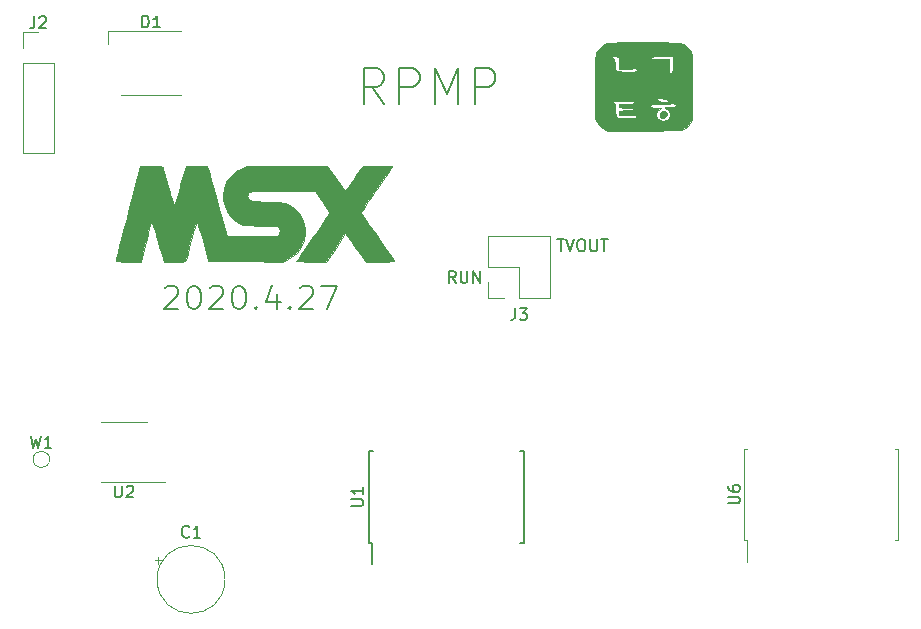
<source format=gbr>
G04 #@! TF.GenerationSoftware,KiCad,Pcbnew,5.1.6~rc1+dfsg1-1*
G04 #@! TF.CreationDate,2020-05-03T13:17:22-07:00*
G04 #@! TF.ProjectId,rpmpv1,72706d70-7631-42e6-9b69-6361645f7063,rev?*
G04 #@! TF.SameCoordinates,Original*
G04 #@! TF.FileFunction,Legend,Top*
G04 #@! TF.FilePolarity,Positive*
%FSLAX46Y46*%
G04 Gerber Fmt 4.6, Leading zero omitted, Abs format (unit mm)*
G04 Created by KiCad (PCBNEW 5.1.6~rc1+dfsg1-1) date 2020-05-03 13:17:22*
%MOMM*%
%LPD*%
G01*
G04 APERTURE LIST*
%ADD10C,0.150000*%
%ADD11C,0.010000*%
%ADD12C,0.120000*%
G04 APERTURE END LIST*
D10*
X119031904Y-73125238D02*
X119127142Y-73030000D01*
X119317619Y-72934761D01*
X119793809Y-72934761D01*
X119984285Y-73030000D01*
X120079523Y-73125238D01*
X120174761Y-73315714D01*
X120174761Y-73506190D01*
X120079523Y-73791904D01*
X118936666Y-74934761D01*
X120174761Y-74934761D01*
X121412857Y-72934761D02*
X121603333Y-72934761D01*
X121793809Y-73030000D01*
X121889047Y-73125238D01*
X121984285Y-73315714D01*
X122079523Y-73696666D01*
X122079523Y-74172857D01*
X121984285Y-74553809D01*
X121889047Y-74744285D01*
X121793809Y-74839523D01*
X121603333Y-74934761D01*
X121412857Y-74934761D01*
X121222380Y-74839523D01*
X121127142Y-74744285D01*
X121031904Y-74553809D01*
X120936666Y-74172857D01*
X120936666Y-73696666D01*
X121031904Y-73315714D01*
X121127142Y-73125238D01*
X121222380Y-73030000D01*
X121412857Y-72934761D01*
X122841428Y-73125238D02*
X122936666Y-73030000D01*
X123127142Y-72934761D01*
X123603333Y-72934761D01*
X123793809Y-73030000D01*
X123889047Y-73125238D01*
X123984285Y-73315714D01*
X123984285Y-73506190D01*
X123889047Y-73791904D01*
X122746190Y-74934761D01*
X123984285Y-74934761D01*
X125222380Y-72934761D02*
X125412857Y-72934761D01*
X125603333Y-73030000D01*
X125698571Y-73125238D01*
X125793809Y-73315714D01*
X125889047Y-73696666D01*
X125889047Y-74172857D01*
X125793809Y-74553809D01*
X125698571Y-74744285D01*
X125603333Y-74839523D01*
X125412857Y-74934761D01*
X125222380Y-74934761D01*
X125031904Y-74839523D01*
X124936666Y-74744285D01*
X124841428Y-74553809D01*
X124746190Y-74172857D01*
X124746190Y-73696666D01*
X124841428Y-73315714D01*
X124936666Y-73125238D01*
X125031904Y-73030000D01*
X125222380Y-72934761D01*
X126746190Y-74744285D02*
X126841428Y-74839523D01*
X126746190Y-74934761D01*
X126650952Y-74839523D01*
X126746190Y-74744285D01*
X126746190Y-74934761D01*
X128555714Y-73601428D02*
X128555714Y-74934761D01*
X128079523Y-72839523D02*
X127603333Y-74268095D01*
X128841428Y-74268095D01*
X129603333Y-74744285D02*
X129698571Y-74839523D01*
X129603333Y-74934761D01*
X129508095Y-74839523D01*
X129603333Y-74744285D01*
X129603333Y-74934761D01*
X130460476Y-73125238D02*
X130555714Y-73030000D01*
X130746190Y-72934761D01*
X131222380Y-72934761D01*
X131412857Y-73030000D01*
X131508095Y-73125238D01*
X131603333Y-73315714D01*
X131603333Y-73506190D01*
X131508095Y-73791904D01*
X130365238Y-74934761D01*
X131603333Y-74934761D01*
X132270000Y-72934761D02*
X133603333Y-72934761D01*
X132746190Y-74934761D01*
X137604285Y-57507142D02*
X136604285Y-56078571D01*
X135890000Y-57507142D02*
X135890000Y-54507142D01*
X137032857Y-54507142D01*
X137318571Y-54650000D01*
X137461428Y-54792857D01*
X137604285Y-55078571D01*
X137604285Y-55507142D01*
X137461428Y-55792857D01*
X137318571Y-55935714D01*
X137032857Y-56078571D01*
X135890000Y-56078571D01*
X138890000Y-57507142D02*
X138890000Y-54507142D01*
X140032857Y-54507142D01*
X140318571Y-54650000D01*
X140461428Y-54792857D01*
X140604285Y-55078571D01*
X140604285Y-55507142D01*
X140461428Y-55792857D01*
X140318571Y-55935714D01*
X140032857Y-56078571D01*
X138890000Y-56078571D01*
X141890000Y-57507142D02*
X141890000Y-54507142D01*
X142890000Y-56650000D01*
X143890000Y-54507142D01*
X143890000Y-57507142D01*
X145318571Y-57507142D02*
X145318571Y-54507142D01*
X146461428Y-54507142D01*
X146747142Y-54650000D01*
X146890000Y-54792857D01*
X147032857Y-55078571D01*
X147032857Y-55507142D01*
X146890000Y-55792857D01*
X146747142Y-55935714D01*
X146461428Y-56078571D01*
X145318571Y-56078571D01*
X152257142Y-68992380D02*
X152828571Y-68992380D01*
X152542857Y-69992380D02*
X152542857Y-68992380D01*
X153019047Y-68992380D02*
X153352380Y-69992380D01*
X153685714Y-68992380D01*
X154209523Y-68992380D02*
X154400000Y-68992380D01*
X154495238Y-69040000D01*
X154590476Y-69135238D01*
X154638095Y-69325714D01*
X154638095Y-69659047D01*
X154590476Y-69849523D01*
X154495238Y-69944761D01*
X154400000Y-69992380D01*
X154209523Y-69992380D01*
X154114285Y-69944761D01*
X154019047Y-69849523D01*
X153971428Y-69659047D01*
X153971428Y-69325714D01*
X154019047Y-69135238D01*
X154114285Y-69040000D01*
X154209523Y-68992380D01*
X155066666Y-68992380D02*
X155066666Y-69801904D01*
X155114285Y-69897142D01*
X155161904Y-69944761D01*
X155257142Y-69992380D01*
X155447619Y-69992380D01*
X155542857Y-69944761D01*
X155590476Y-69897142D01*
X155638095Y-69801904D01*
X155638095Y-68992380D01*
X155971428Y-68992380D02*
X156542857Y-68992380D01*
X156257142Y-69992380D02*
X156257142Y-68992380D01*
X143661904Y-72682380D02*
X143328571Y-72206190D01*
X143090476Y-72682380D02*
X143090476Y-71682380D01*
X143471428Y-71682380D01*
X143566666Y-71730000D01*
X143614285Y-71777619D01*
X143661904Y-71872857D01*
X143661904Y-72015714D01*
X143614285Y-72110952D01*
X143566666Y-72158571D01*
X143471428Y-72206190D01*
X143090476Y-72206190D01*
X144090476Y-71682380D02*
X144090476Y-72491904D01*
X144138095Y-72587142D01*
X144185714Y-72634761D01*
X144280952Y-72682380D01*
X144471428Y-72682380D01*
X144566666Y-72634761D01*
X144614285Y-72587142D01*
X144661904Y-72491904D01*
X144661904Y-71682380D01*
X145138095Y-72682380D02*
X145138095Y-71682380D01*
X145709523Y-72682380D01*
X145709523Y-71682380D01*
D11*
G36*
X122730826Y-63070676D02*
G01*
X122774920Y-63229070D01*
X122858649Y-63528213D01*
X122975769Y-63945856D01*
X123120033Y-64459750D01*
X123285198Y-65047645D01*
X123465018Y-65687290D01*
X123569284Y-66058000D01*
X124319536Y-68725000D01*
X126366510Y-68747678D01*
X127101141Y-68751851D01*
X127698303Y-68746793D01*
X128149934Y-68732745D01*
X128447973Y-68709949D01*
X128580075Y-68681199D01*
X128699021Y-68534199D01*
X128748502Y-68306061D01*
X128721865Y-68072899D01*
X128645067Y-67937600D01*
X128526559Y-67892988D01*
X128267726Y-67861562D01*
X127859326Y-67842656D01*
X127292116Y-67835606D01*
X127226900Y-67835527D01*
X126744553Y-67829759D01*
X126297780Y-67814195D01*
X125925253Y-67790922D01*
X125665642Y-67762025D01*
X125594972Y-67747471D01*
X125117207Y-67529303D01*
X124689707Y-67162320D01*
X124331997Y-66664227D01*
X124266866Y-66543243D01*
X124107536Y-66205882D01*
X124019456Y-65929070D01*
X123982452Y-65630824D01*
X123976126Y-65361664D01*
X124043521Y-64702756D01*
X124252324Y-64133785D01*
X124605796Y-63649802D01*
X125107198Y-63245863D01*
X125519173Y-63021443D01*
X125995000Y-62798333D01*
X129381667Y-62776027D01*
X132768334Y-62753722D01*
X133530334Y-63816296D01*
X134292334Y-64878869D01*
X134477513Y-64648216D01*
X134599790Y-64486747D01*
X134790781Y-64223982D01*
X135023064Y-63898019D01*
X135239513Y-63589633D01*
X135816334Y-62761703D01*
X137065167Y-62758851D01*
X137503192Y-62760788D01*
X137874077Y-62768027D01*
X138148310Y-62779549D01*
X138296380Y-62794334D01*
X138314000Y-62801993D01*
X138266861Y-62880304D01*
X138133816Y-63078284D01*
X137927425Y-63377841D01*
X137660247Y-63760882D01*
X137344843Y-64209315D01*
X136993771Y-64705046D01*
X136958042Y-64755320D01*
X136579838Y-65293731D01*
X136253284Y-65771385D01*
X135988378Y-66172812D01*
X135795121Y-66482540D01*
X135683511Y-66685097D01*
X135660823Y-66762494D01*
X135723303Y-66855317D01*
X135870535Y-67067804D01*
X136089504Y-67381361D01*
X136367193Y-67777398D01*
X136690584Y-68237321D01*
X137046660Y-68742539D01*
X137101448Y-68820176D01*
X137458100Y-69327277D01*
X137780605Y-69789285D01*
X138056602Y-70188213D01*
X138273731Y-70506075D01*
X138419631Y-70724884D01*
X138481943Y-70826655D01*
X138483334Y-70831009D01*
X138403647Y-70849798D01*
X138184491Y-70865655D01*
X137855722Y-70877286D01*
X137447197Y-70883393D01*
X137263099Y-70884000D01*
X136042864Y-70883999D01*
X135638537Y-70312500D01*
X135384915Y-69956931D01*
X135089341Y-69546843D01*
X134810638Y-69163802D01*
X134778343Y-69119742D01*
X134322475Y-68498485D01*
X133508693Y-69691242D01*
X132694910Y-70884000D01*
X131440455Y-70884000D01*
X131001377Y-70881115D01*
X130629373Y-70873171D01*
X130353892Y-70861232D01*
X130204380Y-70846364D01*
X130186000Y-70838626D01*
X130232608Y-70760149D01*
X130364204Y-70561184D01*
X130568442Y-70259812D01*
X130832978Y-69874109D01*
X131145470Y-69422156D01*
X131493572Y-68922031D01*
X131541756Y-68853047D01*
X131896658Y-68343269D01*
X132220170Y-67874986D01*
X132499366Y-67467195D01*
X132721321Y-67138893D01*
X132873110Y-66909077D01*
X132941808Y-66796745D01*
X132943703Y-66792468D01*
X132915697Y-66679560D01*
X132804814Y-66458493D01*
X132627297Y-66158400D01*
X132399392Y-65808410D01*
X132374860Y-65772381D01*
X131759826Y-64872666D01*
X129031627Y-64872666D01*
X128241373Y-64873271D01*
X127604018Y-64876764D01*
X127103126Y-64885662D01*
X126722264Y-64902482D01*
X126444997Y-64929742D01*
X126254890Y-64969957D01*
X126135508Y-65025645D01*
X126070418Y-65099324D01*
X126043185Y-65193510D01*
X126037373Y-65310721D01*
X126037333Y-65331258D01*
X126055667Y-65498616D01*
X126125112Y-65621834D01*
X126267333Y-65707398D01*
X126503993Y-65761794D01*
X126856759Y-65791508D01*
X127347293Y-65803025D01*
X127616418Y-65803999D01*
X128245503Y-65812383D01*
X128737731Y-65842794D01*
X129124988Y-65903121D01*
X129439161Y-66001255D01*
X129712134Y-66145084D01*
X129975793Y-66342498D01*
X130049550Y-66406036D01*
X130482758Y-66891396D01*
X130764164Y-67451548D01*
X130894137Y-68087330D01*
X130903915Y-68344000D01*
X130825152Y-69012126D01*
X130598710Y-69608073D01*
X130233575Y-70117189D01*
X129738731Y-70524825D01*
X129476924Y-70670860D01*
X129036996Y-70886097D01*
X125868980Y-70863882D01*
X122700963Y-70841666D01*
X122234775Y-69088429D01*
X122096458Y-68574692D01*
X121971620Y-68123229D01*
X121866939Y-67757199D01*
X121789094Y-67499764D01*
X121744762Y-67374083D01*
X121738040Y-67365737D01*
X121710839Y-67449428D01*
X121648011Y-67667538D01*
X121557491Y-67990853D01*
X121447213Y-68390161D01*
X121325112Y-68836246D01*
X121199123Y-69299895D01*
X121077182Y-69751893D01*
X120967222Y-70163026D01*
X120877179Y-70504080D01*
X120814987Y-70745841D01*
X120788582Y-70859094D01*
X120788192Y-70862833D01*
X120709154Y-70871356D01*
X120495044Y-70878238D01*
X120180123Y-70882698D01*
X119860667Y-70884000D01*
X118933334Y-70884000D01*
X118775372Y-70354833D01*
X118693965Y-70075248D01*
X118581603Y-69680015D01*
X118451744Y-69216895D01*
X118317843Y-68733646D01*
X118286377Y-68619166D01*
X118167442Y-68196042D01*
X118061360Y-67837917D01*
X117976999Y-67573280D01*
X117923229Y-67430621D01*
X117911172Y-67413803D01*
X117879116Y-67492545D01*
X117814580Y-67712024D01*
X117723989Y-68048174D01*
X117613768Y-68476928D01*
X117490343Y-68974219D01*
X117447760Y-69149470D01*
X117028520Y-70884000D01*
X115935868Y-70884000D01*
X115468543Y-70880142D01*
X115150633Y-70867247D01*
X114962365Y-70843331D01*
X114883969Y-70806410D01*
X114881082Y-70778166D01*
X114908862Y-70677096D01*
X114973872Y-70428234D01*
X115071922Y-70047979D01*
X115198818Y-69552729D01*
X115350368Y-68958880D01*
X115522382Y-68282832D01*
X115710666Y-67540981D01*
X115911029Y-66749726D01*
X115920023Y-66714166D01*
X116921099Y-62756000D01*
X117875177Y-62756000D01*
X118294503Y-62758913D01*
X118574170Y-62770588D01*
X118743797Y-62795428D01*
X118833001Y-62837835D01*
X118871401Y-62902211D01*
X118871974Y-62904166D01*
X118907179Y-63029099D01*
X118979958Y-63289404D01*
X119082562Y-63657297D01*
X119207244Y-64104993D01*
X119346256Y-64604710D01*
X119359883Y-64653724D01*
X119497616Y-65135842D01*
X119622482Y-65547833D01*
X119727098Y-65867358D01*
X119804087Y-66072078D01*
X119846066Y-66139653D01*
X119849386Y-66135390D01*
X119885970Y-66020047D01*
X119961841Y-65769068D01*
X120068976Y-65409407D01*
X120199351Y-64968018D01*
X120344943Y-64471854D01*
X120363907Y-64407000D01*
X120834114Y-62798333D01*
X121738367Y-62774343D01*
X122642619Y-62750352D01*
X122730826Y-63070676D01*
G37*
X122730826Y-63070676D02*
X122774920Y-63229070D01*
X122858649Y-63528213D01*
X122975769Y-63945856D01*
X123120033Y-64459750D01*
X123285198Y-65047645D01*
X123465018Y-65687290D01*
X123569284Y-66058000D01*
X124319536Y-68725000D01*
X126366510Y-68747678D01*
X127101141Y-68751851D01*
X127698303Y-68746793D01*
X128149934Y-68732745D01*
X128447973Y-68709949D01*
X128580075Y-68681199D01*
X128699021Y-68534199D01*
X128748502Y-68306061D01*
X128721865Y-68072899D01*
X128645067Y-67937600D01*
X128526559Y-67892988D01*
X128267726Y-67861562D01*
X127859326Y-67842656D01*
X127292116Y-67835606D01*
X127226900Y-67835527D01*
X126744553Y-67829759D01*
X126297780Y-67814195D01*
X125925253Y-67790922D01*
X125665642Y-67762025D01*
X125594972Y-67747471D01*
X125117207Y-67529303D01*
X124689707Y-67162320D01*
X124331997Y-66664227D01*
X124266866Y-66543243D01*
X124107536Y-66205882D01*
X124019456Y-65929070D01*
X123982452Y-65630824D01*
X123976126Y-65361664D01*
X124043521Y-64702756D01*
X124252324Y-64133785D01*
X124605796Y-63649802D01*
X125107198Y-63245863D01*
X125519173Y-63021443D01*
X125995000Y-62798333D01*
X129381667Y-62776027D01*
X132768334Y-62753722D01*
X133530334Y-63816296D01*
X134292334Y-64878869D01*
X134477513Y-64648216D01*
X134599790Y-64486747D01*
X134790781Y-64223982D01*
X135023064Y-63898019D01*
X135239513Y-63589633D01*
X135816334Y-62761703D01*
X137065167Y-62758851D01*
X137503192Y-62760788D01*
X137874077Y-62768027D01*
X138148310Y-62779549D01*
X138296380Y-62794334D01*
X138314000Y-62801993D01*
X138266861Y-62880304D01*
X138133816Y-63078284D01*
X137927425Y-63377841D01*
X137660247Y-63760882D01*
X137344843Y-64209315D01*
X136993771Y-64705046D01*
X136958042Y-64755320D01*
X136579838Y-65293731D01*
X136253284Y-65771385D01*
X135988378Y-66172812D01*
X135795121Y-66482540D01*
X135683511Y-66685097D01*
X135660823Y-66762494D01*
X135723303Y-66855317D01*
X135870535Y-67067804D01*
X136089504Y-67381361D01*
X136367193Y-67777398D01*
X136690584Y-68237321D01*
X137046660Y-68742539D01*
X137101448Y-68820176D01*
X137458100Y-69327277D01*
X137780605Y-69789285D01*
X138056602Y-70188213D01*
X138273731Y-70506075D01*
X138419631Y-70724884D01*
X138481943Y-70826655D01*
X138483334Y-70831009D01*
X138403647Y-70849798D01*
X138184491Y-70865655D01*
X137855722Y-70877286D01*
X137447197Y-70883393D01*
X137263099Y-70884000D01*
X136042864Y-70883999D01*
X135638537Y-70312500D01*
X135384915Y-69956931D01*
X135089341Y-69546843D01*
X134810638Y-69163802D01*
X134778343Y-69119742D01*
X134322475Y-68498485D01*
X133508693Y-69691242D01*
X132694910Y-70884000D01*
X131440455Y-70884000D01*
X131001377Y-70881115D01*
X130629373Y-70873171D01*
X130353892Y-70861232D01*
X130204380Y-70846364D01*
X130186000Y-70838626D01*
X130232608Y-70760149D01*
X130364204Y-70561184D01*
X130568442Y-70259812D01*
X130832978Y-69874109D01*
X131145470Y-69422156D01*
X131493572Y-68922031D01*
X131541756Y-68853047D01*
X131896658Y-68343269D01*
X132220170Y-67874986D01*
X132499366Y-67467195D01*
X132721321Y-67138893D01*
X132873110Y-66909077D01*
X132941808Y-66796745D01*
X132943703Y-66792468D01*
X132915697Y-66679560D01*
X132804814Y-66458493D01*
X132627297Y-66158400D01*
X132399392Y-65808410D01*
X132374860Y-65772381D01*
X131759826Y-64872666D01*
X129031627Y-64872666D01*
X128241373Y-64873271D01*
X127604018Y-64876764D01*
X127103126Y-64885662D01*
X126722264Y-64902482D01*
X126444997Y-64929742D01*
X126254890Y-64969957D01*
X126135508Y-65025645D01*
X126070418Y-65099324D01*
X126043185Y-65193510D01*
X126037373Y-65310721D01*
X126037333Y-65331258D01*
X126055667Y-65498616D01*
X126125112Y-65621834D01*
X126267333Y-65707398D01*
X126503993Y-65761794D01*
X126856759Y-65791508D01*
X127347293Y-65803025D01*
X127616418Y-65803999D01*
X128245503Y-65812383D01*
X128737731Y-65842794D01*
X129124988Y-65903121D01*
X129439161Y-66001255D01*
X129712134Y-66145084D01*
X129975793Y-66342498D01*
X130049550Y-66406036D01*
X130482758Y-66891396D01*
X130764164Y-67451548D01*
X130894137Y-68087330D01*
X130903915Y-68344000D01*
X130825152Y-69012126D01*
X130598710Y-69608073D01*
X130233575Y-70117189D01*
X129738731Y-70524825D01*
X129476924Y-70670860D01*
X129036996Y-70886097D01*
X125868980Y-70863882D01*
X122700963Y-70841666D01*
X122234775Y-69088429D01*
X122096458Y-68574692D01*
X121971620Y-68123229D01*
X121866939Y-67757199D01*
X121789094Y-67499764D01*
X121744762Y-67374083D01*
X121738040Y-67365737D01*
X121710839Y-67449428D01*
X121648011Y-67667538D01*
X121557491Y-67990853D01*
X121447213Y-68390161D01*
X121325112Y-68836246D01*
X121199123Y-69299895D01*
X121077182Y-69751893D01*
X120967222Y-70163026D01*
X120877179Y-70504080D01*
X120814987Y-70745841D01*
X120788582Y-70859094D01*
X120788192Y-70862833D01*
X120709154Y-70871356D01*
X120495044Y-70878238D01*
X120180123Y-70882698D01*
X119860667Y-70884000D01*
X118933334Y-70884000D01*
X118775372Y-70354833D01*
X118693965Y-70075248D01*
X118581603Y-69680015D01*
X118451744Y-69216895D01*
X118317843Y-68733646D01*
X118286377Y-68619166D01*
X118167442Y-68196042D01*
X118061360Y-67837917D01*
X117976999Y-67573280D01*
X117923229Y-67430621D01*
X117911172Y-67413803D01*
X117879116Y-67492545D01*
X117814580Y-67712024D01*
X117723989Y-68048174D01*
X117613768Y-68476928D01*
X117490343Y-68974219D01*
X117447760Y-69149470D01*
X117028520Y-70884000D01*
X115935868Y-70884000D01*
X115468543Y-70880142D01*
X115150633Y-70867247D01*
X114962365Y-70843331D01*
X114883969Y-70806410D01*
X114881082Y-70778166D01*
X114908862Y-70677096D01*
X114973872Y-70428234D01*
X115071922Y-70047979D01*
X115198818Y-69552729D01*
X115350368Y-68958880D01*
X115522382Y-68282832D01*
X115710666Y-67540981D01*
X115911029Y-66749726D01*
X115920023Y-66714166D01*
X116921099Y-62756000D01*
X117875177Y-62756000D01*
X118294503Y-62758913D01*
X118574170Y-62770588D01*
X118743797Y-62795428D01*
X118833001Y-62837835D01*
X118871401Y-62902211D01*
X118871974Y-62904166D01*
X118907179Y-63029099D01*
X118979958Y-63289404D01*
X119082562Y-63657297D01*
X119207244Y-64104993D01*
X119346256Y-64604710D01*
X119359883Y-64653724D01*
X119497616Y-65135842D01*
X119622482Y-65547833D01*
X119727098Y-65867358D01*
X119804087Y-66072078D01*
X119846066Y-66139653D01*
X119849386Y-66135390D01*
X119885970Y-66020047D01*
X119961841Y-65769068D01*
X120068976Y-65409407D01*
X120199351Y-64968018D01*
X120344943Y-64471854D01*
X120363907Y-64407000D01*
X120834114Y-62798333D01*
X121738367Y-62774343D01*
X122642619Y-62750352D01*
X122730826Y-63070676D01*
G36*
X160323810Y-52321863D02*
G01*
X160938578Y-52322992D01*
X161449260Y-52326537D01*
X161867313Y-52333860D01*
X162204193Y-52346322D01*
X162471357Y-52365284D01*
X162680263Y-52392106D01*
X162842366Y-52428150D01*
X162969124Y-52474777D01*
X163071994Y-52533349D01*
X163162432Y-52605225D01*
X163251894Y-52691769D01*
X163323061Y-52764876D01*
X163416556Y-52863284D01*
X163494326Y-52957278D01*
X163557732Y-53058992D01*
X163608134Y-53180563D01*
X163646893Y-53334125D01*
X163675370Y-53531815D01*
X163694926Y-53785767D01*
X163706921Y-54108117D01*
X163712716Y-54511001D01*
X163713672Y-55006553D01*
X163711150Y-55606910D01*
X163707396Y-56192500D01*
X163689250Y-58891250D01*
X163509547Y-59156047D01*
X163338642Y-59361350D01*
X163129699Y-59552951D01*
X163065047Y-59600547D01*
X162800250Y-59780250D01*
X159683401Y-59797836D01*
X156566553Y-59815422D01*
X156223632Y-59636278D01*
X155943153Y-59452580D01*
X155735225Y-59218201D01*
X155689230Y-59147521D01*
X155497750Y-58837909D01*
X155486775Y-57350551D01*
X156933289Y-57350551D01*
X156960049Y-57402969D01*
X157053500Y-57462500D01*
X157118223Y-57512829D01*
X157156581Y-57597690D01*
X157175132Y-57746490D01*
X157180440Y-57988632D01*
X157180500Y-58031698D01*
X157184306Y-58299946D01*
X157208302Y-58489177D01*
X157271351Y-58613176D01*
X157392315Y-58685726D01*
X157590060Y-58720613D01*
X157883449Y-58731620D01*
X158139528Y-58732500D01*
X158471333Y-58729828D01*
X158696752Y-58720131D01*
X158836320Y-58700884D01*
X158910569Y-58669563D01*
X158936587Y-58634511D01*
X158949140Y-58528265D01*
X158934931Y-58497264D01*
X158859151Y-58482576D01*
X158683997Y-58472960D01*
X158437029Y-58469373D01*
X158196836Y-58471667D01*
X157498000Y-58485328D01*
X157498000Y-58102265D01*
X158084649Y-58084007D01*
X158365901Y-58071993D01*
X158543951Y-58053787D01*
X158642589Y-58024325D01*
X158685609Y-57978543D01*
X158692555Y-57954625D01*
X158690311Y-57902998D01*
X158644904Y-57870277D01*
X158534171Y-57852263D01*
X158335950Y-57844758D01*
X158105906Y-57843500D01*
X157825152Y-57842419D01*
X157647700Y-57835050D01*
X157549853Y-57815205D01*
X157507912Y-57776696D01*
X157498181Y-57713334D01*
X157498000Y-57684750D01*
X157498389Y-57677489D01*
X160122412Y-57677489D01*
X160219610Y-57785570D01*
X160338761Y-57852351D01*
X160501341Y-57876818D01*
X160721839Y-57868187D01*
X160919303Y-57855449D01*
X161007973Y-57861339D01*
X161005178Y-57889598D01*
X160964322Y-57920525D01*
X160736349Y-58121988D01*
X160617036Y-58337403D01*
X160610383Y-58550609D01*
X160720390Y-58745444D01*
X160752375Y-58776848D01*
X160979860Y-58934406D01*
X161210642Y-58979003D01*
X161478972Y-58916083D01*
X161521350Y-58899060D01*
X161726723Y-58757992D01*
X161832411Y-58567261D01*
X161838673Y-58355567D01*
X161745770Y-58151606D01*
X161553959Y-57984077D01*
X161512889Y-57961960D01*
X161393219Y-57886028D01*
X161386713Y-57831908D01*
X161497084Y-57797768D01*
X161728041Y-57781772D01*
X161880945Y-57780000D01*
X162142650Y-57762623D01*
X162282921Y-57710643D01*
X162301413Y-57624286D01*
X162242814Y-57544600D01*
X162184817Y-57502876D01*
X162098244Y-57481627D01*
X161957795Y-57480303D01*
X161738167Y-57498359D01*
X161474963Y-57527985D01*
X161156482Y-57558436D01*
X160847598Y-57575429D01*
X160593057Y-57577066D01*
X160485931Y-57569993D01*
X160257564Y-57561547D01*
X160134372Y-57599014D01*
X160122412Y-57677489D01*
X157498389Y-57677489D01*
X157501864Y-57612707D01*
X157528915Y-57566619D01*
X157602341Y-57540686D01*
X157745327Y-57529114D01*
X157981060Y-57526105D01*
X158133000Y-57526000D01*
X158422012Y-57524256D01*
X158607026Y-57515962D01*
X158711029Y-57496520D01*
X158757007Y-57461332D01*
X158767948Y-57405801D01*
X158768000Y-57399000D01*
X158761587Y-57349483D01*
X158729561Y-57314838D01*
X158652739Y-57292418D01*
X158511936Y-57279576D01*
X158287970Y-57273667D01*
X157961656Y-57272046D01*
X157847250Y-57272000D01*
X157449145Y-57275921D01*
X157169604Y-57289003D01*
X157000396Y-57313221D01*
X156933289Y-57350551D01*
X155486775Y-57350551D01*
X155485021Y-57112741D01*
X160735463Y-57112741D01*
X160786359Y-57217358D01*
X160877629Y-57300149D01*
X161051732Y-57370355D01*
X161271900Y-57396373D01*
X161474814Y-57374392D01*
X161555378Y-57340936D01*
X161628789Y-57252094D01*
X161594624Y-57166797D01*
X161471426Y-57103521D01*
X161294117Y-57080632D01*
X161086407Y-57071117D01*
X160910561Y-57048586D01*
X160879375Y-57041476D01*
X160766537Y-57043841D01*
X160735463Y-57112741D01*
X155485021Y-57112741D01*
X155478267Y-56197579D01*
X155474218Y-55429761D01*
X155474374Y-54785351D01*
X155478796Y-54260822D01*
X155487547Y-53852650D01*
X155500691Y-53557309D01*
X155503036Y-53532517D01*
X156867725Y-53532517D01*
X156917548Y-53607774D01*
X156982740Y-53648615D01*
X157051007Y-53711757D01*
X157093825Y-53831058D01*
X157119640Y-54035883D01*
X157127251Y-54151060D01*
X157144163Y-54392505D01*
X157175958Y-54564569D01*
X157241700Y-54679003D01*
X157360450Y-54747561D01*
X157551271Y-54781995D01*
X157833225Y-54794057D01*
X158172525Y-54795500D01*
X158515539Y-54794359D01*
X158751454Y-54789033D01*
X158900161Y-54776667D01*
X158981554Y-54754403D01*
X159015526Y-54719387D01*
X159022000Y-54673545D01*
X158967108Y-54569655D01*
X158827542Y-54509383D01*
X158640964Y-54502246D01*
X158489147Y-54538877D01*
X158332650Y-54574196D01*
X158104643Y-54598187D01*
X157906616Y-54605000D01*
X157498000Y-54605000D01*
X157498000Y-54156325D01*
X157488118Y-53847170D01*
X157450974Y-53643621D01*
X157375318Y-53525297D01*
X157373086Y-53524345D01*
X160101500Y-53524345D01*
X160121518Y-53562776D01*
X160213048Y-53648961D01*
X160223057Y-53657363D01*
X160301259Y-53713476D01*
X160390819Y-53747560D01*
X160519365Y-53762376D01*
X160714525Y-53760686D01*
X161003928Y-53745252D01*
X161064432Y-53741463D01*
X161752500Y-53697924D01*
X161752500Y-54341962D01*
X161755475Y-54639696D01*
X161766510Y-54831555D01*
X161788766Y-54938566D01*
X161825404Y-54981759D01*
X161849321Y-54986000D01*
X161940945Y-54932827D01*
X162008071Y-54823116D01*
X162035838Y-54687551D01*
X162057165Y-54464399D01*
X162068792Y-54193031D01*
X162070000Y-54074911D01*
X162070000Y-53489590D01*
X161101625Y-53504278D01*
X160764108Y-53509702D01*
X160473552Y-53514950D01*
X160252685Y-53519565D01*
X160124236Y-53523091D01*
X160101500Y-53524345D01*
X157373086Y-53524345D01*
X157249902Y-53471817D01*
X157114765Y-53462000D01*
X156935491Y-53481061D01*
X156867725Y-53532517D01*
X155503036Y-53532517D01*
X155518291Y-53371273D01*
X155529624Y-53315177D01*
X155654874Y-53054108D01*
X155861960Y-52789938D01*
X156113676Y-52563813D01*
X156323250Y-52437469D01*
X156389957Y-52410567D01*
X156469150Y-52388166D01*
X156572360Y-52369858D01*
X156711116Y-52355235D01*
X156896951Y-52343889D01*
X157141393Y-52335412D01*
X157455974Y-52329396D01*
X157852225Y-52325434D01*
X158341676Y-52323118D01*
X158935857Y-52322039D01*
X159593500Y-52321789D01*
X160323810Y-52321863D01*
G37*
X160323810Y-52321863D02*
X160938578Y-52322992D01*
X161449260Y-52326537D01*
X161867313Y-52333860D01*
X162204193Y-52346322D01*
X162471357Y-52365284D01*
X162680263Y-52392106D01*
X162842366Y-52428150D01*
X162969124Y-52474777D01*
X163071994Y-52533349D01*
X163162432Y-52605225D01*
X163251894Y-52691769D01*
X163323061Y-52764876D01*
X163416556Y-52863284D01*
X163494326Y-52957278D01*
X163557732Y-53058992D01*
X163608134Y-53180563D01*
X163646893Y-53334125D01*
X163675370Y-53531815D01*
X163694926Y-53785767D01*
X163706921Y-54108117D01*
X163712716Y-54511001D01*
X163713672Y-55006553D01*
X163711150Y-55606910D01*
X163707396Y-56192500D01*
X163689250Y-58891250D01*
X163509547Y-59156047D01*
X163338642Y-59361350D01*
X163129699Y-59552951D01*
X163065047Y-59600547D01*
X162800250Y-59780250D01*
X159683401Y-59797836D01*
X156566553Y-59815422D01*
X156223632Y-59636278D01*
X155943153Y-59452580D01*
X155735225Y-59218201D01*
X155689230Y-59147521D01*
X155497750Y-58837909D01*
X155486775Y-57350551D01*
X156933289Y-57350551D01*
X156960049Y-57402969D01*
X157053500Y-57462500D01*
X157118223Y-57512829D01*
X157156581Y-57597690D01*
X157175132Y-57746490D01*
X157180440Y-57988632D01*
X157180500Y-58031698D01*
X157184306Y-58299946D01*
X157208302Y-58489177D01*
X157271351Y-58613176D01*
X157392315Y-58685726D01*
X157590060Y-58720613D01*
X157883449Y-58731620D01*
X158139528Y-58732500D01*
X158471333Y-58729828D01*
X158696752Y-58720131D01*
X158836320Y-58700884D01*
X158910569Y-58669563D01*
X158936587Y-58634511D01*
X158949140Y-58528265D01*
X158934931Y-58497264D01*
X158859151Y-58482576D01*
X158683997Y-58472960D01*
X158437029Y-58469373D01*
X158196836Y-58471667D01*
X157498000Y-58485328D01*
X157498000Y-58102265D01*
X158084649Y-58084007D01*
X158365901Y-58071993D01*
X158543951Y-58053787D01*
X158642589Y-58024325D01*
X158685609Y-57978543D01*
X158692555Y-57954625D01*
X158690311Y-57902998D01*
X158644904Y-57870277D01*
X158534171Y-57852263D01*
X158335950Y-57844758D01*
X158105906Y-57843500D01*
X157825152Y-57842419D01*
X157647700Y-57835050D01*
X157549853Y-57815205D01*
X157507912Y-57776696D01*
X157498181Y-57713334D01*
X157498000Y-57684750D01*
X157498389Y-57677489D01*
X160122412Y-57677489D01*
X160219610Y-57785570D01*
X160338761Y-57852351D01*
X160501341Y-57876818D01*
X160721839Y-57868187D01*
X160919303Y-57855449D01*
X161007973Y-57861339D01*
X161005178Y-57889598D01*
X160964322Y-57920525D01*
X160736349Y-58121988D01*
X160617036Y-58337403D01*
X160610383Y-58550609D01*
X160720390Y-58745444D01*
X160752375Y-58776848D01*
X160979860Y-58934406D01*
X161210642Y-58979003D01*
X161478972Y-58916083D01*
X161521350Y-58899060D01*
X161726723Y-58757992D01*
X161832411Y-58567261D01*
X161838673Y-58355567D01*
X161745770Y-58151606D01*
X161553959Y-57984077D01*
X161512889Y-57961960D01*
X161393219Y-57886028D01*
X161386713Y-57831908D01*
X161497084Y-57797768D01*
X161728041Y-57781772D01*
X161880945Y-57780000D01*
X162142650Y-57762623D01*
X162282921Y-57710643D01*
X162301413Y-57624286D01*
X162242814Y-57544600D01*
X162184817Y-57502876D01*
X162098244Y-57481627D01*
X161957795Y-57480303D01*
X161738167Y-57498359D01*
X161474963Y-57527985D01*
X161156482Y-57558436D01*
X160847598Y-57575429D01*
X160593057Y-57577066D01*
X160485931Y-57569993D01*
X160257564Y-57561547D01*
X160134372Y-57599014D01*
X160122412Y-57677489D01*
X157498389Y-57677489D01*
X157501864Y-57612707D01*
X157528915Y-57566619D01*
X157602341Y-57540686D01*
X157745327Y-57529114D01*
X157981060Y-57526105D01*
X158133000Y-57526000D01*
X158422012Y-57524256D01*
X158607026Y-57515962D01*
X158711029Y-57496520D01*
X158757007Y-57461332D01*
X158767948Y-57405801D01*
X158768000Y-57399000D01*
X158761587Y-57349483D01*
X158729561Y-57314838D01*
X158652739Y-57292418D01*
X158511936Y-57279576D01*
X158287970Y-57273667D01*
X157961656Y-57272046D01*
X157847250Y-57272000D01*
X157449145Y-57275921D01*
X157169604Y-57289003D01*
X157000396Y-57313221D01*
X156933289Y-57350551D01*
X155486775Y-57350551D01*
X155485021Y-57112741D01*
X160735463Y-57112741D01*
X160786359Y-57217358D01*
X160877629Y-57300149D01*
X161051732Y-57370355D01*
X161271900Y-57396373D01*
X161474814Y-57374392D01*
X161555378Y-57340936D01*
X161628789Y-57252094D01*
X161594624Y-57166797D01*
X161471426Y-57103521D01*
X161294117Y-57080632D01*
X161086407Y-57071117D01*
X160910561Y-57048586D01*
X160879375Y-57041476D01*
X160766537Y-57043841D01*
X160735463Y-57112741D01*
X155485021Y-57112741D01*
X155478267Y-56197579D01*
X155474218Y-55429761D01*
X155474374Y-54785351D01*
X155478796Y-54260822D01*
X155487547Y-53852650D01*
X155500691Y-53557309D01*
X155503036Y-53532517D01*
X156867725Y-53532517D01*
X156917548Y-53607774D01*
X156982740Y-53648615D01*
X157051007Y-53711757D01*
X157093825Y-53831058D01*
X157119640Y-54035883D01*
X157127251Y-54151060D01*
X157144163Y-54392505D01*
X157175958Y-54564569D01*
X157241700Y-54679003D01*
X157360450Y-54747561D01*
X157551271Y-54781995D01*
X157833225Y-54794057D01*
X158172525Y-54795500D01*
X158515539Y-54794359D01*
X158751454Y-54789033D01*
X158900161Y-54776667D01*
X158981554Y-54754403D01*
X159015526Y-54719387D01*
X159022000Y-54673545D01*
X158967108Y-54569655D01*
X158827542Y-54509383D01*
X158640964Y-54502246D01*
X158489147Y-54538877D01*
X158332650Y-54574196D01*
X158104643Y-54598187D01*
X157906616Y-54605000D01*
X157498000Y-54605000D01*
X157498000Y-54156325D01*
X157488118Y-53847170D01*
X157450974Y-53643621D01*
X157375318Y-53525297D01*
X157373086Y-53524345D01*
X160101500Y-53524345D01*
X160121518Y-53562776D01*
X160213048Y-53648961D01*
X160223057Y-53657363D01*
X160301259Y-53713476D01*
X160390819Y-53747560D01*
X160519365Y-53762376D01*
X160714525Y-53760686D01*
X161003928Y-53745252D01*
X161064432Y-53741463D01*
X161752500Y-53697924D01*
X161752500Y-54341962D01*
X161755475Y-54639696D01*
X161766510Y-54831555D01*
X161788766Y-54938566D01*
X161825404Y-54981759D01*
X161849321Y-54986000D01*
X161940945Y-54932827D01*
X162008071Y-54823116D01*
X162035838Y-54687551D01*
X162057165Y-54464399D01*
X162068792Y-54193031D01*
X162070000Y-54074911D01*
X162070000Y-53489590D01*
X161101625Y-53504278D01*
X160764108Y-53509702D01*
X160473552Y-53514950D01*
X160252685Y-53519565D01*
X160124236Y-53523091D01*
X160101500Y-53524345D01*
X157373086Y-53524345D01*
X157249902Y-53471817D01*
X157114765Y-53462000D01*
X156935491Y-53481061D01*
X156867725Y-53532517D01*
X155503036Y-53532517D01*
X155518291Y-53371273D01*
X155529624Y-53315177D01*
X155654874Y-53054108D01*
X155861960Y-52789938D01*
X156113676Y-52563813D01*
X156323250Y-52437469D01*
X156389957Y-52410567D01*
X156469150Y-52388166D01*
X156572360Y-52369858D01*
X156711116Y-52355235D01*
X156896951Y-52343889D01*
X157141393Y-52335412D01*
X157455974Y-52329396D01*
X157852225Y-52325434D01*
X158341676Y-52323118D01*
X158935857Y-52322039D01*
X159593500Y-52321789D01*
X160323810Y-52321863D01*
G36*
X161321864Y-58139393D02*
G01*
X161445915Y-58236142D01*
X161540123Y-58344345D01*
X161562000Y-58400870D01*
X161528935Y-58484847D01*
X161463149Y-58591370D01*
X161322445Y-58703639D01*
X161151192Y-58727303D01*
X161003200Y-58656300D01*
X160934498Y-58512056D01*
X160949823Y-58342107D01*
X161031993Y-58191298D01*
X161163829Y-58104475D01*
X161217285Y-58097500D01*
X161321864Y-58139393D01*
G37*
X161321864Y-58139393D02*
X161445915Y-58236142D01*
X161540123Y-58344345D01*
X161562000Y-58400870D01*
X161528935Y-58484847D01*
X161463149Y-58591370D01*
X161322445Y-58703639D01*
X161151192Y-58727303D01*
X161003200Y-58656300D01*
X160934498Y-58512056D01*
X160949823Y-58342107D01*
X161031993Y-58191298D01*
X161163829Y-58104475D01*
X161217285Y-58097500D01*
X161321864Y-58139393D01*
D12*
X120369000Y-56753000D02*
X115369000Y-56753000D01*
X114269000Y-52453000D02*
X114269000Y-51353000D01*
X114269000Y-51353000D02*
X120369000Y-51353000D01*
X107001000Y-51438500D02*
X108331000Y-51438500D01*
X107001000Y-52768500D02*
X107001000Y-51438500D01*
X107001000Y-54038500D02*
X109661000Y-54038500D01*
X109661000Y-54038500D02*
X109661000Y-61718500D01*
X107001000Y-54038500D02*
X107001000Y-61718500D01*
X107001000Y-61718500D02*
X109661000Y-61718500D01*
D10*
X136550000Y-94680000D02*
X136550000Y-96480000D01*
X149450000Y-94680000D02*
X149450000Y-86930000D01*
X136300000Y-94680000D02*
X136300000Y-86930000D01*
X149450000Y-94680000D02*
X149115000Y-94680000D01*
X149450000Y-86930000D02*
X149115000Y-86930000D01*
X136300000Y-86930000D02*
X136635000Y-86930000D01*
X136300000Y-94680000D02*
X136550000Y-94680000D01*
D12*
X115570000Y-89555000D02*
X119020000Y-89555000D01*
X115570000Y-89555000D02*
X113620000Y-89555000D01*
X115570000Y-84435000D02*
X117520000Y-84435000D01*
X115570000Y-84435000D02*
X113620000Y-84435000D01*
X168350000Y-94460000D02*
X168350000Y-96275000D01*
X168115000Y-94460000D02*
X168350000Y-94460000D01*
X168115000Y-90600000D02*
X168115000Y-94460000D01*
X168115000Y-86740000D02*
X168350000Y-86740000D01*
X168115000Y-90600000D02*
X168115000Y-86740000D01*
X181135000Y-94460000D02*
X180900000Y-94460000D01*
X181135000Y-90600000D02*
X181135000Y-94460000D01*
X181135000Y-86740000D02*
X180900000Y-86740000D01*
X181135000Y-90600000D02*
X181135000Y-86740000D01*
X147760000Y-73924500D02*
X146430000Y-73924500D01*
X146430000Y-73924500D02*
X146430000Y-72594500D01*
X149030000Y-73924500D02*
X149030000Y-71324500D01*
X149030000Y-71324500D02*
X146430000Y-71324500D01*
X146430000Y-71324500D02*
X146430000Y-68724500D01*
X151630000Y-68724500D02*
X146430000Y-68724500D01*
X151630000Y-73924500D02*
X151630000Y-68724500D01*
X151630000Y-73924500D02*
X149030000Y-73924500D01*
X118467738Y-95900000D02*
X118467738Y-96450000D01*
X118192738Y-96175000D02*
X118742738Y-96175000D01*
X124135000Y-97790000D02*
G75*
G03*
X124135000Y-97790000I-2870000J0D01*
G01*
X109285000Y-87630000D02*
G75*
G03*
X109285000Y-87630000I-700000J0D01*
G01*
D10*
X117117904Y-51061880D02*
X117117904Y-50061880D01*
X117356000Y-50061880D01*
X117498857Y-50109500D01*
X117594095Y-50204738D01*
X117641714Y-50299976D01*
X117689333Y-50490452D01*
X117689333Y-50633309D01*
X117641714Y-50823785D01*
X117594095Y-50919023D01*
X117498857Y-51014261D01*
X117356000Y-51061880D01*
X117117904Y-51061880D01*
X118641714Y-51061880D02*
X118070285Y-51061880D01*
X118356000Y-51061880D02*
X118356000Y-50061880D01*
X118260761Y-50204738D01*
X118165523Y-50299976D01*
X118070285Y-50347595D01*
X107997666Y-50125380D02*
X107997666Y-50839666D01*
X107950047Y-50982523D01*
X107854809Y-51077761D01*
X107711952Y-51125380D01*
X107616714Y-51125380D01*
X108426238Y-50220619D02*
X108473857Y-50173000D01*
X108569095Y-50125380D01*
X108807190Y-50125380D01*
X108902428Y-50173000D01*
X108950047Y-50220619D01*
X108997666Y-50315857D01*
X108997666Y-50411095D01*
X108950047Y-50553952D01*
X108378619Y-51125380D01*
X108997666Y-51125380D01*
X134827380Y-91566904D02*
X135636904Y-91566904D01*
X135732142Y-91519285D01*
X135779761Y-91471666D01*
X135827380Y-91376428D01*
X135827380Y-91185952D01*
X135779761Y-91090714D01*
X135732142Y-91043095D01*
X135636904Y-90995476D01*
X134827380Y-90995476D01*
X135827380Y-89995476D02*
X135827380Y-90566904D01*
X135827380Y-90281190D02*
X134827380Y-90281190D01*
X134970238Y-90376428D01*
X135065476Y-90471666D01*
X135113095Y-90566904D01*
X114808095Y-89847380D02*
X114808095Y-90656904D01*
X114855714Y-90752142D01*
X114903333Y-90799761D01*
X114998571Y-90847380D01*
X115189047Y-90847380D01*
X115284285Y-90799761D01*
X115331904Y-90752142D01*
X115379523Y-90656904D01*
X115379523Y-89847380D01*
X115808095Y-89942619D02*
X115855714Y-89895000D01*
X115950952Y-89847380D01*
X116189047Y-89847380D01*
X116284285Y-89895000D01*
X116331904Y-89942619D01*
X116379523Y-90037857D01*
X116379523Y-90133095D01*
X116331904Y-90275952D01*
X115760476Y-90847380D01*
X116379523Y-90847380D01*
X166727380Y-91361904D02*
X167536904Y-91361904D01*
X167632142Y-91314285D01*
X167679761Y-91266666D01*
X167727380Y-91171428D01*
X167727380Y-90980952D01*
X167679761Y-90885714D01*
X167632142Y-90838095D01*
X167536904Y-90790476D01*
X166727380Y-90790476D01*
X166727380Y-89885714D02*
X166727380Y-90076190D01*
X166775000Y-90171428D01*
X166822619Y-90219047D01*
X166965476Y-90314285D01*
X167155952Y-90361904D01*
X167536904Y-90361904D01*
X167632142Y-90314285D01*
X167679761Y-90266666D01*
X167727380Y-90171428D01*
X167727380Y-89980952D01*
X167679761Y-89885714D01*
X167632142Y-89838095D01*
X167536904Y-89790476D01*
X167298809Y-89790476D01*
X167203571Y-89838095D01*
X167155952Y-89885714D01*
X167108333Y-89980952D01*
X167108333Y-90171428D01*
X167155952Y-90266666D01*
X167203571Y-90314285D01*
X167298809Y-90361904D01*
X148696666Y-74816880D02*
X148696666Y-75531166D01*
X148649047Y-75674023D01*
X148553809Y-75769261D01*
X148410952Y-75816880D01*
X148315714Y-75816880D01*
X149077619Y-74816880D02*
X149696666Y-74816880D01*
X149363333Y-75197833D01*
X149506190Y-75197833D01*
X149601428Y-75245452D01*
X149649047Y-75293071D01*
X149696666Y-75388309D01*
X149696666Y-75626404D01*
X149649047Y-75721642D01*
X149601428Y-75769261D01*
X149506190Y-75816880D01*
X149220476Y-75816880D01*
X149125238Y-75769261D01*
X149077619Y-75721642D01*
X121098333Y-94147142D02*
X121050714Y-94194761D01*
X120907857Y-94242380D01*
X120812619Y-94242380D01*
X120669761Y-94194761D01*
X120574523Y-94099523D01*
X120526904Y-94004285D01*
X120479285Y-93813809D01*
X120479285Y-93670952D01*
X120526904Y-93480476D01*
X120574523Y-93385238D01*
X120669761Y-93290000D01*
X120812619Y-93242380D01*
X120907857Y-93242380D01*
X121050714Y-93290000D01*
X121098333Y-93337619D01*
X122050714Y-94242380D02*
X121479285Y-94242380D01*
X121765000Y-94242380D02*
X121765000Y-93242380D01*
X121669761Y-93385238D01*
X121574523Y-93480476D01*
X121479285Y-93528095D01*
X107680238Y-85634380D02*
X107918333Y-86634380D01*
X108108809Y-85920095D01*
X108299285Y-86634380D01*
X108537380Y-85634380D01*
X109442142Y-86634380D02*
X108870714Y-86634380D01*
X109156428Y-86634380D02*
X109156428Y-85634380D01*
X109061190Y-85777238D01*
X108965952Y-85872476D01*
X108870714Y-85920095D01*
M02*

</source>
